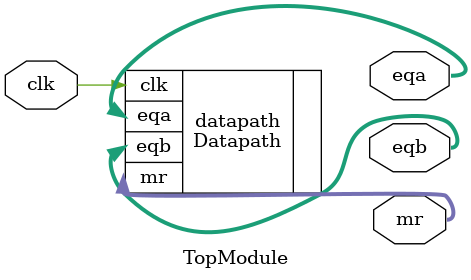
<source format=v>

module TopModule(
    input clk,
    
    output wire [31:0] eqa,
    output wire [31:0] eqb,
    output wire [31:0] mr
    );
    
    Datapath datapath(.clk(clk), .eqa(eqa), .eqb(eqb), .mr(mr));
endmodule

</source>
